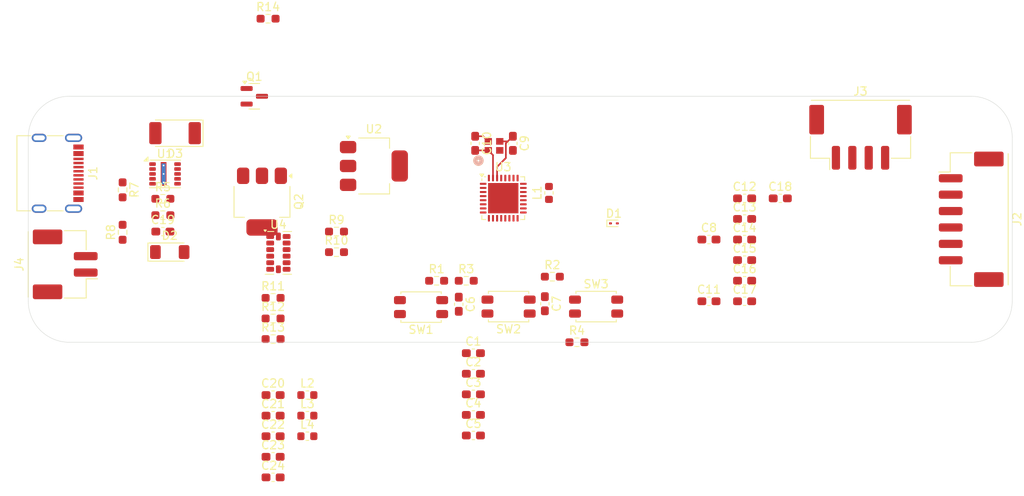
<source format=kicad_pcb>
(kicad_pcb (version 20241229) (generator "pcbnew") (generator_version "9.0")
  (layers (0 "F.Cu" signal) (2 "B.Cu" signal) (13 "F.Paste" user) (15 "B.Paste" user) (5 "F.SilkS" user "F.Silkscreen") (7 "B.SilkS" user "B.Silkscreen") (1 "F.Mask" user) (3 "B.Mask" user) (25 "Edge.Cuts" user))
  (net 0 "")
  (net 1 "GNDREF")
  (net 2 "+12V")
  (net 3 "+5V_buck")
  (net 4 "+5V")
  (net 5 "+3.3V")
  (net 6 "EN")
  (net 7 "BOOT")
  (net 8 "Net-(U3-CHIP_PU)")
  (net 9 "XTAL_N")
  (net 10 "XTAL_P")
  (net 11 "Net-(U3-VDDA3P3)")
  (net 12 "ANT_MICRO")
  (net 13 "Net-(C21-Pad1)")
  (net 14 "Net-(C22-Pad2)")
  (net 15 "ANT_OUT")
  (net 16 "Net-(D2-A)")
  (net 17 "Net-(J1-D--PadA7)")
  (net 18 "Net-(J1-D+-PadA6)")
  (net 21 "Net-(J1-CC2)")
  (net 22 "Net-(J1-CC1)")
  (net 23 "Impact_IO")
  (net 24 "Impact_CLK")
  (net 25 "GAS_IN")
  (net 26 "GAS_DIG_IN")
  (net 27 "Net-(U3-GPIO8)")
  (net 28 "USB_DN")
  (net 29 "USB_DP")
  (net 30 "Net-(U3-SDIO_CMD{slash}GPIO18)")
  (net 56 "VBUS")
  (net 57 "Net-(Q2-G)")
  (footprint "Diode_SMD:D_MELF" (layer "F.Cu") (at 118.4 -25.5 180)
    (property "Reference" "D3" (at 0 -2.5 0) (layer "F.SilkS"))
    (property "Value" "SM4001")
    (pad "1" smd roundrect (at -2.4 0 180) (size 1.5 2.7) (layers "F.Cu" "F.Mask" "F.Paste") (roundrect_rratio 0.1666666667) (net 4 "+5V"))
    (pad "2" smd roundrect (at 2.4 0 180) (size 1.5 2.7) (layers "F.Cu" "F.Mask" "F.Paste") (roundrect_rratio 0.1666666667) (net 56 "VBUS"))
  )
  (footprint "Connector_Molex:Molex_CLIK-Mate_502443-0470_1x04-1MP_P2.00mm_Vertical" (layer "F.Cu") (at 202 -25)
    (property "Reference" "J3" (at 0 -5.6 0) (layer "F.SilkS"))
    (property "Value" "Gas Connector")
    (pad "1" smd roundrect (at -3 2.5) (size 1 2.9) (layers "F.Cu" "F.Mask" "F.Paste") (net 4 "+5V"))
    (pad "2" smd roundrect (at -1 2.5) (size 1 2.9) (layers "F.Cu" "F.Mask" "F.Paste") (net 26 "GAS_DIG_IN"))
    (pad "3" smd roundrect (at 1 2.5) (size 1 2.9) (layers "F.Cu" "F.Mask" "F.Paste") (net 25 "GAS_IN"))
    (pad "4" smd roundrect (at 3 2.5) (size 1 2.9) (layers "F.Cu" "F.Mask" "F.Paste") (net 1 "GNDREF"))
    (pad "MP" smd roundrect (at -5.35 -2.15) (size 1.8 3.6) (layers "F.Cu" "F.Mask" "F.Paste") (roundrect_rratio 0.138889) (net 1 "GNDREF"))
    (pad "MP" smd roundrect (at 5.35 -2.15) (size 1.8 3.6) (layers "F.Cu" "F.Mask" "F.Paste") (roundrect_rratio 0.138889) (net 1 "GNDREF"))
  )
  (footprint "Inductor_SMD:L_0603_1608Metric" (layer "F.Cu") (at 134.533301 6.440299)
    (property "Reference" "L2" (at 0 -1.43 0) (layer "F.SilkS"))
    (property "Value" "tbd")
    (pad "1" smd roundrect (at -0.7875 0) (size 0.875 0.95) (layers "F.Cu" "F.Mask" "F.Paste") (net 12 "ANT_MICRO"))
    (pad "2" smd roundrect (at 0.7875 0) (size 0.875 0.95) (layers "F.Cu" "F.Mask" "F.Paste") (net 13 "Net-(C21-Pad1)"))
  )
  (footprint "Connector_Molex:Molex_CLIK-Mate_502443-0670_1x06-1MP_P2.00mm_Vertical" (layer "F.Cu") (at 215.5 -15 -90)
    (property "Reference" "J2" (at 0 -5.6 90) (layer "F.SilkS"))
    (property "Value" "Impact Connector")
    (pad "1" smd roundrect (at -5 2.5 270) (size 1 2.9) (layers "F.Cu" "F.Mask" "F.Paste") (net 5 "+3.3V"))
    (pad "2" smd roundrect (at -3 2.5 270) (size 1 2.9) (layers "F.Cu" "F.Mask" "F.Paste") (net 23 "Impact_IO"))
    (pad "3" smd roundrect (at -1 2.5 270) (size 1 2.9) (layers "F.Cu" "F.Mask" "F.Paste"))
    (pad "4" smd roundrect (at 1 2.5 270) (size 1 2.9) (layers "F.Cu" "F.Mask" "F.Paste") (net 24 "Impact_CLK"))
    (pad "5" smd roundrect (at 3 2.5 270) (size 1 2.9) (layers "F.Cu" "F.Mask" "F.Paste"))
    (pad "6" smd roundrect (at 5 2.5 270) (size 1 2.9) (layers "F.Cu" "F.Mask" "F.Paste") (net 1 "GNDREF"))
    (pad "MP" smd roundrect (at -7.35 -2.15 270) (size 1.8 3.6) (layers "F.Cu" "F.Mask" "F.Paste") (roundrect_rratio 0.138889) (net 1 "GNDREF"))
    (pad "MP" smd roundrect (at 7.35 -2.15 270) (size 1.8 3.6) (layers "F.Cu" "F.Mask" "F.Paste") (roundrect_rratio 0.138889) (net 1 "GNDREF"))
  )
  (footprint "Capacitor_SMD:C_0603_1608Metric_Pad1.08x0.95mm_HandSolder" (layer "F.Cu") (at 187.8625 -12.53)
    (property "Reference" "C14" (at 0 -1.43 0) (layer "F.SilkS"))
    (property "Value" "10uF")
    (pad "1" smd roundrect (at -0.8625 0) (size 1.075 0.95) (layers "F.Cu" "F.Mask" "F.Paste") (net 5 "+3.3V"))
    (pad "2" smd roundrect (at 0.8625 0) (size 1.075 0.95) (layers "F.Cu" "F.Mask" "F.Paste") (net 1 "GNDREF"))
  )
  (footprint "Capacitor_SMD:C_0603_1608Metric_Pad1.08x0.95mm_HandSolder" (layer "F.Cu") (at 154.783301 11.370299)
    (property "Reference" "C5" (at 0 -1.43 0) (layer "F.SilkS"))
    (property "Value" "10uF")
    (pad "1" smd roundrect (at -0.8625 0) (size 1.075 0.95) (layers "F.Cu" "F.Mask" "F.Paste") (net 5 "+3.3V"))
    (pad "2" smd roundrect (at 0.8625 0) (size 1.075 0.95) (layers "F.Cu" "F.Mask" "F.Paste") (net 1 "GNDREF"))
  )
  (footprint "Resistor_SMD:R_0603_1608Metric_Pad0.98x0.95mm_HandSolder" (layer "F.Cu") (at 112 -18.5875 -90)
    (property "Reference" "R7" (at 0 -1.43 90) (layer "F.SilkS"))
    (property "Value" "5.1k")
    (pad "1" smd roundrect (at -0.9125 0 270) (size 0.975 0.95) (layers "F.Cu" "F.Mask" "F.Paste") (net 1 "GNDREF"))
    (pad "2" smd roundrect (at 0.9125 0 270) (size 0.975 0.95) (layers "F.Cu" "F.Mask" "F.Paste") (net 22 "Net-(J1-CC1)"))
  )
  (footprint "Resistor_SMD:R_0603_1608Metric_Pad0.98x0.95mm_HandSolder" (layer "F.Cu") (at 130.353301 -0.389701)
    (property "Reference" "R13" (at 0 -1.43 0) (layer "F.SilkS"))
    (property "Value" "100")
    (pad "1" smd roundrect (at -0.9125 0) (size 0.975 0.95) (layers "F.Cu" "F.Mask" "F.Paste") (net 57 "Net-(Q2-G)"))
    (pad "2" smd roundrect (at 0.9125 0) (size 0.975 0.95) (layers "F.Cu" "F.Mask" "F.Paste") (net 56 "VBUS"))
  )
  (footprint "Capacitor_SMD:C_0603_1608Metric_Pad1.08x0.95mm_HandSolder" (layer "F.Cu") (at 154.783301 6.350299)
    (property "Reference" "C3" (at 0 -1.43 0) (layer "F.SilkS"))
    (property "Value" ".47uF")
    (pad "1" smd roundrect (at -0.8625 0) (size 1.075 0.95) (layers "F.Cu" "F.Mask" "F.Paste") (net 4 "+5V"))
    (pad "2" smd roundrect (at 0.8625 0) (size 1.075 0.95) (layers "F.Cu" "F.Mask" "F.Paste") (net 1 "GNDREF"))
  )
  (footprint "Inductor_SMD:L_0603_1608Metric" (layer "F.Cu") (at 134.533301 11.460299)
    (property "Reference" "L4" (at 0 -1.43 0) (layer "F.SilkS"))
    (property "Value" "tbd")
    (pad "1" smd roundrect (at -0.7875 0) (size 0.875 0.95) (layers "F.Cu" "F.Mask" "F.Paste") (net 14 "Net-(C22-Pad2)"))
    (pad "2" smd roundrect (at 0.7875 0) (size 0.875 0.95) (layers "F.Cu" "F.Mask" "F.Paste") (net 15 "ANT_OUT"))
  )
  (footprint "Capacitor_SMD:C_0603_1608Metric_Pad1.08x0.95mm_HandSolder" (layer "F.Cu") (at 187.8625 -10.02)
    (property "Reference" "C15" (at 0 -1.43 0) (layer "F.SilkS"))
    (property "Value" "0.1uF")
    (pad "1" smd roundrect (at -0.8625 0) (size 1.075 0.95) (layers "F.Cu" "F.Mask" "F.Paste") (net 11 "Net-(U3-VDDA3P3)"))
    (pad "2" smd roundrect (at 0.8625 0) (size 1.075 0.95) (layers "F.Cu" "F.Mask" "F.Paste") (net 1 "GNDREF"))
  )
  (footprint "Capacitor_SMD:C_0603_1608Metric_Pad1.08x0.95mm_HandSolder" (layer "F.Cu") (at 187.8625 -5)
    (property "Reference" "C17" (at 0 -1.43 0) (layer "F.SilkS"))
    (property "Value" "1uF")
    (pad "1" smd roundrect (at -0.8625 0) (size 1.075 0.95) (layers "F.Cu" "F.Mask" "F.Paste") (net 5 "+3.3V"))
    (pad "2" smd roundrect (at 0.8625 0) (size 1.075 0.95) (layers "F.Cu" "F.Mask" "F.Paste") (net 1 "GNDREF"))
  )
  (footprint "Button_Switch_SMD:SW_SPST_EVQP2_MiddlePushTravel_H2.5mm" (layer "F.Cu") (at 148.4 -4.2875 180)
    (property "Reference" "SW1" (at 0 -2.75 0) (layer "F.SilkS"))
    (property "Value" "SW_MEC_5E" (hide yes))
    (pad "1" smd roundrect (at -2.575 -0.85 180) (size 1.45 1) (layers "F.Cu" "F.Mask" "F.Paste") (net 1 "GNDREF"))
    (pad "1" smd roundrect (at 2.575 -0.85 180) (size 1.45 1) (layers "F.Cu" "F.Mask" "F.Paste") (net 1 "GNDREF"))
    (pad "2" smd roundrect (at -2.575 0.85 180) (size 1.45 1) (layers "F.Cu" "F.Mask" "F.Paste") (net 6 "EN"))
    (pad "2" smd roundrect (at 2.575 0.85 180) (size 1.45 1) (layers "F.Cu" "F.Mask" "F.Paste") (net 6 "EN"))
  )
  (footprint "Resistor_SMD:R_0603_1608Metric_Pad0.98x0.95mm_HandSolder" (layer "F.Cu") (at 130.353301 -2.899701)
    (property "Reference" "R12" (at 0 -1.43 0) (layer "F.SilkS"))
    (property "Value" "100k")
    (pad "1" smd roundrect (at -0.9125 0) (size 0.975 0.95) (layers "F.Cu" "F.Mask" "F.Paste") (net 56 "VBUS"))
    (pad "2" smd roundrect (at 0.9125 0) (size 0.975 0.95) (layers "F.Cu" "F.Mask" "F.Paste") (net 1 "GNDREF"))
  )
  (footprint "Package_LGA:Texas_SIL0010A_MicroSiP-10-1EP_3.8x3mm_P0.6mm_EP0.7x2.9mm_ThermalVias" (layer "F.Cu") (at 117.175 -20.53)
    (property "Reference" "U1" (at 0 -2.45 0) (layer "F.SilkS"))
    (property "Value" "LMZM23601V5")
    (pad "1" smd roundrect (at -1.525 -1.2) (size 0.8 0.45) (layers "F.Cu" "F.Mask" "F.Paste") (net 1 "GNDREF"))
    (pad "2" smd roundrect (at -1.525 -0.6) (size 0.8 0.45) (layers "F.Cu" "F.Mask" "F.Paste") (net 1 "GNDREF"))
    (pad "3" smd roundrect (at -1.525 0) (size 0.8 0.45) (layers "F.Cu" "F.Mask" "F.Paste") (net 2 "+12V"))
    (pad "4" smd roundrect (at -1.525 0.6) (size 0.8 0.45) (layers "F.Cu" "F.Mask" "F.Paste") (net 2 "+12V"))
    (pad "5" smd roundrect (at -1.525 1.2) (size 0.8 0.45) (layers "F.Cu" "F.Mask" "F.Paste"))
    (pad "6" smd roundrect (at 1.525 1.2) (size 0.8 0.45) (layers "F.Cu" "F.Mask" "F.Paste") (net 3 "+5V_buck"))
    (pad "7" smd roundrect (at 1.525 0.6) (size 0.8 0.45) (layers "F.Cu" "F.Mask" "F.Paste") (net 3 "+5V_buck"))
    (pad "8" smd roundrect (at 1.525 0) (size 0.8 0.45) (layers "F.Cu" "F.Mask" "F.Paste"))
    (pad "9" smd roundrect (at 1.525 -0.6) (size 0.8 0.45) (layers "F.Cu" "F.Mask" "F.Paste"))
    (pad "10" smd roundrect (at 1.525 -1.2) (size 0.8 0.45) (layers "F.Cu" "F.Mask" "F.Paste"))
    (pad "11" thru_hole circle (at -0.175 -1.03) (size 0.5 0.5) (drill 0.2) (property pad_prop_heatsink) (layers "*.Cu") (net 1 "GNDREF"))
    (pad "11" thru_hole circle (at -0.175 0) (size 0.5 0.5) (drill 0.2) (property pad_prop_heatsink) (layers "*.Cu") (net 1 "GNDREF"))
    (pad "11" smd rect (at -0.175 0) (size 0.5 2.56) (property pad_prop_heatsink) (layers "B.Cu") (net 1 "GNDREF"))
    (pad "11" smd rect (at -0.175 0) (size 0.7 2.9) (property pad_prop_heatsink) (layers "F.Cu" "F.Mask") (net 1 "GNDREF"))
    (pad "11" thru_hole circle (at -0.175 1.03) (size 0.5 0.5) (drill 0.2) (property pad_prop_heatsink) (layers "*.Cu") (net 1 "GNDREF"))
  )
  (footprint "Capacitor_SMD:C_0603_1608Metric_Pad1.08x0.95mm_HandSolder" (layer "F.Cu") (at 192.2125 -17.55)
    (property "Reference" "C18" (at 0 -1.43 0) (layer "F.SilkS"))
    (property "Value" "10uF")
    (pad "1" smd roundrect (at -0.8625 0) (size 1.075 0.95) (layers "F.Cu" "F.Mask" "F.Paste") (net 5 "+3.3V"))
    (pad "2" smd roundrect (at 0.8625 0) (size 1.075 0.95) (layers "F.Cu" "F.Mask" "F.Paste") (net 1 "GNDREF"))
  )
  (footprint "Resistor_SMD:R_0603_1608Metric_Pad0.98x0.95mm_HandSolder" (layer "F.Cu") (at 130.353301 -5.409701)
    (property "Reference" "R11" (at 0 -1.43 0) (layer "F.SilkS"))
    (property "Value" "2.2k")
    (pad "1" smd roundrect (at -0.9125 0) (size 0.975 0.95) (layers "F.Cu" "F.Mask" "F.Paste") (net 16 "Net-(D2-A)"))
    (pad "2" smd roundrect (at 0.9125 0) (size 0.975 0.95) (layers "F.Cu" "F.Mask" "F.Paste") (net 1 "GNDREF"))
  )
  (footprint "Button_Switch_SMD:SW_SPST_EVQP2_MiddlePushTravel_H2.5mm" (layer "F.Cu") (at 159.075 -4.35 180)
    (property "Reference" "SW2" (at 0 -2.75 0) (layer "F.SilkS"))
    (property "Value" "SW_MEC_5E" (hide yes))
    (pad "1" smd roundrect (at -2.575 -0.85 180) (size 1.45 1) (layers "F.Cu" "F.Mask" "F.Paste") (net 1 "GNDREF"))
    (pad "1" smd roundrect (at 2.575 -0.85 180) (size 1.45 1) (layers "F.Cu" "F.Mask" "F.Paste") (net 1 "GNDREF"))
    (pad "2" smd roundrect (at -2.575 0.85 180) (size 1.45 1) (layers "F.Cu" "F.Mask" "F.Paste") (net 7 "BOOT"))
    (pad "2" smd roundrect (at 2.575 0.85 180) (size 1.45 1) (layers "F.Cu" "F.Mask" "F.Paste") (net 7 "BOOT"))
  )
  (footprint "Resistor_SMD:R_0603_1608Metric_Pad0.98x0.95mm_HandSolder" (layer "F.Cu") (at 150.3 -7.5)
    (property "Reference" "R1" (at 0 -1.43 0) (layer "F.SilkS"))
    (property "Value" "10k")
    (pad "1" smd roundrect (at -0.9125 0) (size 0.975 0.95) (layers "F.Cu" "F.Mask" "F.Paste") (net 5 "+3.3V"))
    (pad "2" smd roundrect (at 0.9125 0) (size 0.975 0.95) (layers "F.Cu" "F.Mask" "F.Paste") (net 6 "EN"))
  )
  (footprint "Resistor_SMD:R_0603_1608Metric_Pad0.98x0.95mm_HandSolder" (layer "F.Cu") (at 153.9125 -7.5)
    (property "Reference" "R3" (at 0 -1.43 0) (layer "F.SilkS"))
    (property "Value" "10k")
    (pad "1" smd roundrect (at -0.9125 0) (size 0.975 0.95) (layers "F.Cu" "F.Mask" "F.Paste") (net 6 "EN"))
    (pad "2" smd roundrect (at 0.9125 0) (size 0.975 0.95) (layers "F.Cu" "F.Mask" "F.Paste") (net 8 "Net-(U3-CHIP_PU)"))
  )
  (footprint "Capacitor_SMD:C_0603_1608Metric_Pad1.08x0.95mm_HandSolder" (layer "F.Cu") (at 159.599998 -24.262502 -90)
    (property "Reference" "C9" (at 0 -1.43 90) (layer "F.SilkS"))
    (property "Value" "10pF")
    (pad "1" smd roundrect (at -0.8625 0 270) (size 1.075 0.95) (layers "F.Cu" "F.Mask" "F.Paste") (net 9 "XTAL_N"))
    (pad "2" smd roundrect (at 0.8625 0 270) (size 1.075 0.95) (layers "F.Cu" "F.Mask" "F.Paste") (net 1 "GNDREF"))
  )
  (footprint "Capacitor_SMD:C_0603_1608Metric_Pad1.08x0.95mm_HandSolder" (layer "F.Cu") (at 183.5125 -12.53)
    (property "Reference" "C8" (at 0 -1.43 0) (layer "F.SilkS"))
    (property "Value" "1uF")
    (pad "1" smd roundrect (at -0.8625 0) (size 1.075 0.95) (layers "F.Cu" "F.Mask" "F.Paste") (net 8 "Net-(U3-CHIP_PU)"))
    (pad "2" smd roundrect (at 0.8625 0) (size 1.075 0.95) (layers "F.Cu" "F.Mask" "F.Paste") (net 1 "GNDREF"))
  )
  (footprint "Resistor_SMD:R_0603_1608Metric_Pad0.98x0.95mm_HandSolder" (layer "F.Cu") (at 138.0875 -10.99)
    (property "Reference" "R10" (at 0 -1.43 0) (layer "F.SilkS"))
    (property "Value" "2.2k")
    (pad "1" smd roundrect (at -0.9125 0) (size 0.975 0.95) (layers "F.Cu" "F.Mask" "F.Paste") (net 5 "+3.3V"))
    (pad "2" smd roundrect (at 0.9125 0) (size 0.975 0.95) (layers "F.Cu" "F.Mask" "F.Paste") (net 24 "Impact_CLK"))
  )
  (footprint "Connector_USB:USB_C_Receptacle_G-Switch_GT-USB-7010ASV" (layer "F.Cu") (at 102.895 -20.61 -90)
    (property "Reference" "J1" (at 0 -5.5 90) (layer "F.SilkS"))
    (property "Value" "USB_C_Receptacle_USB2.0_16P")
    (pad "" np_thru_hole circle (at -2.89 -2.605 270) (size 0.65 0.65) (drill 0.65) (layers "*.Cu" "*.Mask"))
    (pad "" np_thru_hole circle (at 2.89 -2.605 270) (size 0.65 0.65) (drill 0.65) (layers "*.Cu" "*.Mask"))
    (pad "A1" smd rect (at -3.2 -3.725 270) (size 0.6 1.24) (layers "F.Cu" "F.Mask" "F.Paste") (net 1 "GNDREF"))
    (pad "A4" smd rect (at -2.4 -3.725 270) (size 0.6 1.24) (layers "F.Cu" "F.Mask" "F.Paste") (net 56 "VBUS"))
    (pad "A5" smd rect (at -1.25 -3.725 270) (size 0.3 1.24) (layers "F.Cu" "F.Mask" "F.Paste") (net 22 "Net-(J1-CC1)"))
    (pad "A6" smd rect (at -0.25 -3.725 270) (size 0.3 1.24) (layers "F.Cu" "F.Mask" "F.Paste") (net 18 "Net-(J1-D+-PadA6)"))
    (pad "A7" smd rect (at 0.25 -3.725 270) (size 0.3 1.24) (layers "F.Cu" "F.Mask" "F.Paste") (net 17 "Net-(J1-D--PadA7)"))
    (pad "A8" smd rect (at 1.25 -3.725 270) (size 0.3 1.24) (layers "F.Cu" "F.Mask" "F.Paste"))
    (pad "A9" smd rect (at 2.4 -3.725 270) (size 0.6 1.24) (layers "F.Cu" "F.Mask" "F.Paste") (net 56 "VBUS"))
    (pad "A12" smd rect (at 3.2 -3.725 270) (size 0.6 1.24) (layers "F.Cu" "F.Mask" "F.Paste") (net 1 "GNDREF"))
    (pad "B1" smd rect (at 3.2 -3.725 270) (size 0.6 1.24) (layers "F.Cu" "F.Mask" "F.Paste") (net 1 "GNDREF"))
    (pad "B4" smd rect (at 2.4 -3.725 270) (size 0.6 1.24) (layers "F.Cu" "F.Mask" "F.Paste") (net 56 "VBUS"))
    (pad "B5" smd rect (at 1.75 -3.725 270) (size 0.3 1.24) (layers "F.Cu" "F.Mask" "F.Paste") (net 21 "Net-(J1-CC2)"))
    (pad "B6" smd rect (at 0.75 -3.725 270) (size 0.3 1.24) (layers "F.Cu" "F.Mask" "F.Paste") (net 18 "Net-(J1-D+-PadA6)"))
    (pad "B7" smd rect (at -0.75 -3.725 270) (size 0.3 1.24) (layers "F.Cu" "F.Mask" "F.Paste") (net 17 "Net-(J1-D--PadA7)"))
    (pad "B8" smd rect (at -1.75 -3.725 270) (size 0.3 1.24) (layers "F.Cu" "F.Mask" "F.Paste"))
    (pad "B9" smd rect (at -2.4 -3.725 270) (size 0.6 1.24) (layers "F.Cu" "F.Mask" "F.Paste") (net 56 "VBUS"))
    (pad "B12" smd rect (at -3.2 -3.725 270) (size 0.6 1.24) (layers "F.Cu" "F.Mask" "F.Paste") (net 1 "GNDREF"))
    (pad "S1" thru_hole oval (at -4.32 -3.125 270) (size 1 2.1) (drill oval 0.6 1.7) (property pad_prop_heatsink) (layers "*.Cu" "*.Mask") (net 1 "GNDREF"))
    (pad "S1" thru_hole oval (at -4.32 1.075 270) (size 1 1.8) (drill oval 0.6 1.4) (property pad_prop_heatsink) (layers "*.Cu" "*.Mask") (net 1 "GNDREF"))
    (pad "S1" thru_hole oval (at 4.32 -3.125 270) (size 1 2.1) (drill oval 0.6 1.7) (property pad_prop_heatsink) (layers "*.Cu" "*.Mask") (net 1 "GNDREF"))
    (pad "S1" thru_hole oval (at 4.32 1.075 270) (size 1 1.8) (drill oval 0.6 1.4) (property pad_prop_heatsink) (layers "*.Cu" "*.Mask") (net 1 "GNDREF"))
  )
  (footprint "Capacitor_SMD:C_0603_1608Metric_Pad1.08x0.95mm_HandSolder" (layer "F.Cu") (at 130.353301 16.480299)
    (property "Reference" "C24" (at 0 -1.43 0) (layer "F.SilkS"))
    (property "Value" "tbd")
    (pad "1" smd roundrect (at -0.8625 0) (size 1.075 0.95) (layers "F.Cu" "F.Mask" "F.Paste") (net 15 "ANT_OUT"))
    (pad "2" smd roundrect (at 0.8625 0) (size 1.075 0.95) (layers "F.Cu" "F.Mask" "F.Paste") (net 1 "GNDREF"))
  )
  (footprint "Capacitor_SMD:C_0603_1608Metric_Pad1.08x0.95mm_HandSolder" (layer "F.Cu") (at 154.783301 3.840299)
    (property "Reference" "C2" (at 0 -1.43 0) (layer "F.SilkS"))
    (property "Value" "10uF")
    (pad "1" smd roundrect (at -0.8625 0) (size 1.075 0.95) (layers "F.Cu" "F.Mask" "F.Paste") (net 3 "+5V_buck"))
    (pad "2" smd roundrect (at 0.8625 0) (size 1.075 0.95) (layers "F.Cu" "F.Mask" "F.Paste") (net 1 "GNDREF"))
  )
  (footprint "Package_TO_SOT_SMD:SOT-223" (layer "F.Cu") (at 129 -17.15 -90)
    (property "Reference" "Q2" (at 0 -4.5 90) (layer "F.SilkS"))
    (property "Value" "PMOS_Substrate")
    (pad "1" smd roundrect (at -3.15 -2.3 270) (size 2 1.5) (layers "F.Cu" "F.Mask" "F.Paste") (net 57 "Net-(Q2-G)"))
    (pad "2" smd roundrect (at -3.15 0 270) (size 2 1.5) (layers "F.Cu" "F.Mask" "F.Paste") (net 4 "+5V"))
    (pad "3" smd roundrect (at -3.15 2.3 270) (size 2 1.5) (layers "F.Cu" "F.Mask" "F.Paste") (net 3 "+5V_buck"))
    (pad "4" smd roundrect (at 3.15 0 270) (size 2 3.8) (layers "F.Cu" "F.Mask" "F.Paste") (net 4 "+5V"))
  )
  (footprint "Capacitor_SMD:C_0603_1608Metric_Pad1.08x0.95mm_HandSolder" (layer "F.Cu") (at 116.9125 -13.5)
    (property "Reference" "C19" (at 0 -1.43 0) (layer "F.SilkS"))
    (property "Value" "22uF")
    (pad "1" smd roundrect (at -0.8625 0) (size 1.075 0.95) (layers "F.Cu" "F.Mask" "F.Paste") (net 56 "VBUS"))
    (pad "2" smd roundrect (at 0.8625 0) (size 1.075 0.95) (layers "F.Cu" "F.Mask" "F.Paste") (net 1 "GNDREF"))
  )
  (footprint "Capacitor_SMD:C_0603_1608Metric_Pad1.08x0.95mm_HandSolder" (layer "F.Cu") (at 187.8625 -17.55)
    (property "Reference" "C12" (at 0 -1.43 0) (layer "F.SilkS"))
    (property "Value" "0.1uF")
    (pad "1" smd roundrect (at -0.8625 0) (size 1.075 0.95) (layers "F.Cu" "F.Mask" "F.Paste") (net 5 "+3.3V"))
    (pad "2" smd roundrect (at 0.8625 0) (size 1.075 0.95) (layers "F.Cu" "F.Mask" "F.Paste") (net 1 "GNDREF"))
  )
  (footprint "Resistor_SMD:R_0603_1608Metric_Pad0.98x0.95mm_HandSolder" (layer "F.Cu") (at 129.7425 -39.465)
    (property "Reference" "R14" (at 0 -1.43 0) (layer "F.SilkS"))
    (property "Value" "0OHM if needed")
    (pad "1" smd roundrect (at -0.9125 0) (size 0.975 0.95) (layers "F.Cu" "F.Mask" "F.Paste") (net 3 "+5V_buck"))
    (pad "2" smd roundrect (at 0.9125 0) (size 0.975 0.95) (layers "F.Cu" "F.Mask" "F.Paste") (net 4 "+5V"))
  )
  (footprint "Capacitor_SMD:C_0603_1608Metric_Pad1.08x0.95mm_HandSolder" (layer "F.Cu") (at 163.5 -4.7 -90)
    (property "Reference" "C7" (at 0 -1.43 90) (layer "F.SilkS"))
    (property "Value" "1uF")
    (pad "1" smd roundrect (at -0.8625 0 270) (size 1.075 0.95) (layers "F.Cu" "F.Mask" "F.Paste") (net 7 "BOOT"))
    (pad "2" smd roundrect (at 0.8625 0 270) (size 1.075 0.95) (layers "F.Cu" "F.Mask" "F.Paste") (net 1 "GNDREF"))
  )
  (footprint "Package_TO_SOT_SMD:SOT-23" (layer "F.Cu") (at 128.0625 -30)
    (property "Reference" "Q1" (at 0 -2.4 0) (layer "F.SilkS"))
    (property "Value" "NMOS")
    (pad "1" smd roundrect (at -0.9375 -0.95) (size 1.475 0.6) (layers "F.Cu" "F.Mask" "F.Paste") (net 16 "Net-(D2-A)"))
    (pad "2" smd roundrect (at -0.9375 0.95) (size 1.475 0.6) (layers "F.Cu" "F.Mask" "F.Paste") (net 1 "GNDREF"))
    (pad "3" smd roundrect (at 0.9375 0) (size 1.475 0.6) (layers "F.Cu" "F.Mask" "F.Paste") (net 56 "VBUS"))
  )
  (footprint "Capacitor_SMD:C_0603_1608Metric_Pad1.08x0.95mm_HandSolder" (layer "F.Cu") (at 154.783301 8.860299)
    (property "Reference" "C4" (at 0 -1.43 0) (layer "F.SilkS"))
    (property "Value" "33uF")
    (pad "1" smd roundrect (at -0.8625 0) (size 1.075 0.95) (layers "F.Cu" "F.Mask" "F.Paste") (net 5 "+3.3V"))
    (pad "2" smd roundrect (at 0.8625 0) (size 1.075 0.95) (layers "F.Cu" "F.Mask" "F.Paste") (net 1 "GNDREF"))
  )
  (footprint "Capacitor_SMD:C_0603_1608Metric_Pad1.08x0.95mm_HandSolder" (layer "F.Cu") (at 130.353301 8.950299)
    (property "Reference" "C21" (at 0 -1.43 0) (layer "F.SilkS"))
    (property "Value" "tbd")
    (pad "1" smd roundrect (at -0.8625 0) (size 1.075 0.95) (layers "F.Cu" "F.Mask" "F.Paste") (net 13 "Net-(C21-Pad1)"))
    (pad "2" smd roundrect (at 0.8625 0) (size 1.075 0.95) (layers "F.Cu" "F.Mask" "F.Paste") (net 1 "GNDREF"))
  )
  (footprint "Resistor_SMD:R_0603_1608Metric_Pad0.98x0.95mm_HandSolder" (layer "F.Cu") (at 164.4125 -8)
    (property "Reference" "R2" (at 0 -1.43 0) (layer "F.SilkS"))
    (property "Value" "10k")
    (pad "1" smd roundrect (at -0.9125 0) (size 0.975 0.95) (layers "F.Cu" "F.Mask" "F.Paste") (net 5 "+3.3V"))
    (pad "2" smd roundrect (at 0.9125 0) (size 0.975 0.95) (layers "F.Cu" "F.Mask" "F.Paste") (net 7 "BOOT"))
  )
  (footprint "Connector_Molex:Molex_CLIK-Mate_502443-0270_1x02-1MP_P2.00mm_Vertical" (layer "F.Cu") (at 105 -9.5 90)
    (property "Reference" "J4" (at 0 -5.6 90) (layer "F.SilkS"))
    (property "Value" "Battery Connector")
    (pad "1" smd roundrect (at -1 2.5 90) (size 1 2.9) (layers "F.Cu" "F.Mask" "F.Paste") (net 2 "+12V"))
    (pad "2" smd roundrect (at 1 2.5 90) (size 1 2.9) (layers "F.Cu" "F.Mask" "F.Paste") (net 1 "GNDREF"))
    (pad "MP" smd roundrect (at -3.35 -2.15 90) (size 1.8 3.6) (layers "F.Cu" "F.Mask" "F.Paste") (roundrect_rratio 0.138889) (net 1 "GNDREF"))
    (pad "MP" smd roundrect (at 3.35 -2.15 90) (size 1.8 3.6) (layers "F.Cu" "F.Mask" "F.Paste") (roundrect_rratio 0.138889) (net 1 "GNDREF"))
  )
  (footprint "Package_TO_SOT_SMD:SOT-223-3_TabPin2" (layer "F.Cu") (at 142.65 -21.5)
    (property "Reference" "U2" (at 0 -4.5 0) (layer "F.SilkS"))
    (property "Value" "LM3940 3.3V-SOT223")
    (pad "1" smd roundrect (at -3.15 -2.3) (size 2 1.5) (layers "F.Cu" "F.Mask" "F.Paste") (net 1 "GNDREF"))
    (pad "2" smd roundrect (at -3.15 0) (size 2 1.5) (layers "F.Cu" "F.Mask" "F.Paste") (net 5 "+3.3V"))
    (pad "2" smd roundrect (at 3.15 0) (size 2 3.8) (layers "F.Cu" "F.Mask" "F.Paste") (net 5 "+3.3V"))
    (pad "3" smd roundrect (at -3.15 2.3) (size 2 1.5) (layers "F.Cu" "F.Mask" "F.Paste") (net 4 "+5V"))
  )
  (footprint "Resistor_SMD:R_0603_1608Metric_Pad0.98x0.95mm_HandSolder" (layer "F.Cu") (at 138.0875 -13.5)
    (property "Reference" "R9" (at 0 -1.43 0) (layer "F.SilkS"))
    (property "Value" "2.2k")
    (pad "1" smd roundrect (at -0.9125 0) (size 0.975 0.95) (layers "F.Cu" "F.Mask" "F.Paste") (net 5 "+3.3V"))
    (pad "2" smd roundrect (at 0.9125 0) (size 0.975 0.95) (layers "F.Cu" "F.Mask" "F.Paste") (net 23 "Impact_IO"))
  )
  (footprint "Diode_SMD:D_MiniMELF" (layer "F.Cu") (at 117.75 -11)
    (property "Reference" "D2" (at 0 -2 0) (layer "F.SilkS"))
    (property "Value" "BZV55C5V6")
    (pad "1" smd roundrect (at -1.75 0) (size 1.3 1.7) (layers "F.Cu" "F.Mask" "F.Paste") (roundrect_rratio 0.1923076923) (net 56 "VBUS"))
    (pad "2" smd roundrect (at 1.75 0) (size 1.3 1.7) (layers "F.Cu" "F.Mask" "F.Paste") (roundrect_rratio 0.1923076923) (net 16 "Net-(D2-A)"))
  )
  (footprint "Capacitor_SMD:C_0603_1608Metric_Pad1.08x0.95mm_HandSolder" (layer "F.Cu") (at 155 -24.262502 -90)
    (property "Reference" "C10" (at 0 -1.43 90) (layer "F.SilkS"))
    (property "Value" "10pF")
    (pad "1" smd roundrect (at -0.8625 0 270) (size 1.075 0.95) (layers "F.Cu" "F.Mask" "F.Paste") (net 1 "GNDREF"))
    (pad "2" smd roundrect (at 0.8625 0 270) (size 1.075 0.95) (layers "F.Cu" "F.Mask" "F.Paste") (net 10 "XTAL_P"))
  )
  (footprint "Button_Switch_SMD:SW_SPST_EVQP2_MiddlePushTravel_H2.5mm" (layer "F.Cu") (at 169.75 -4.35)
    (property "Reference" "SW3" (at 0 -2.75 0) (layer "F.SilkS"))
    (property "Value" "SW_MEC_5E" (hide yes))
    (pad "1" smd roundrect (at -2.575 -0.85) (size 1.45 1) (layers "F.Cu" "F.Mask" "F.Paste") (net 1 "GNDREF"))
    (pad "1" smd roundrect (at 2.575 -0.85) (size 1.45 1) (layers "F.Cu" "F.Mask" "F.Paste") (net 1 "GNDREF"))
    (pad "2" smd roundrect (at -2.575 0.85) (size 1.45 1) (layers "F.Cu" "F.Mask" "F.Paste") (net 30 "Net-(U3-SDIO_CMD{slash}GPIO18)"))
    (pad "2" smd roundrect (at 2.575 0.85) (size 1.45 1) (layers "F.Cu" "F.Mask" "F.Paste") (net 30 "Net-(U3-SDIO_CMD{slash}GPIO18)"))
  )
  (footprint "Capacitor_SMD:C_0603_1608Metric_Pad1.08x0.95mm_HandSolder" (layer "F.Cu") (at 130.353301 13.970299)
    (property "Reference" "C23" (at 0 -1.43 0) (layer "F.SilkS"))
    (property "Value" "tbd")
    (pad "1" smd roundrect (at -0.8625 0) (size 1.075 0.95) (layers "F.Cu" "F.Mask" "F.Paste") (net 14 "Net-(C22-Pad2)"))
    (pad "2" smd roundrect (at 0.8625 0) (size 1.075 0.95) (layers "F.Cu" "F.Mask" "F.Paste") (net 1 "GNDREF"))
  )
  (footprint "Capacitor_SMD:C_0603_1608Metric_Pad1.08x0.95mm_HandSolder" (layer "F.Cu") (at 153 -4.6375 -90)
    (property "Reference" "C6" (at 0 -1.43 90) (layer "F.SilkS"))
    (property "Value" "1uF")
    (pad "1" smd roundrect (at -0.8625 0 270) (size 1.075 0.95) (layers "F.Cu" "F.Mask" "F.Paste") (net 6 "EN"))
    (pad "2" smd roundrect (at 0.8625 0 270) (size 1.075 0.95) (layers "F.Cu" "F.Mask" "F.Paste") (net 1 "GNDREF"))
  )
  (footprint "Capacitor_SMD:C_0603_1608Metric_Pad1.08x0.95mm_HandSolder" (layer "F.Cu") (at 183.5125 -5)
    (property "Reference" "C11" (at 0 -1.43 0) (layer "F.SilkS"))
    (property "Value" "0.1uF")
    (pad "1" smd roundrect (at -0.8625 0) (size 1.075 0.95) (layers "F.Cu" "F.Mask" "F.Paste") (net 5 "+3.3V"))
    (pad "2" smd roundrect (at 0.8625 0) (size 1.075 0.95) (layers "F.Cu" "F.Mask" "F.Paste") (net 1 "GNDREF"))
  )
  (footprint "Package_DFN_QFN:QFN-32-1EP_5x5mm_P0.5mm_EP3.7x3.7mm" (layer "F.Cu") (at 158.425 -17.575)
    (property "Reference" "U3" (at 0 -3.8 0) (layer "F.SilkS"))
    (property "Value" "ESP32-C6FH4")
    (pad "1" smd roundrect (at -2.45 -1.75) (size 0.8 0.25) (layers "F.Cu" "F.Mask" "F.Paste") (net 12 "ANT_MICRO"))
    (pad "2" smd roundrect (at -2.45 -1.25) (size 0.8 0.25) (layers "F.Cu" "F.Mask" "F.Paste") (net 11 "Net-(U3-VDDA3P3)"))
    (pad "3" smd roundrect (at -2.45 -0.75) (size 0.8 0.25) (layers "F.Cu" "F.Mask" "F.Paste") (net 11 "Net-(U3-VDDA3P3)"))
    (pad "4" smd roundrect (at -2.45 -0.25) (size 0.8 0.25) (layers "F.Cu" "F.Mask" "F.Paste") (net 8 "Net-(U3-CHIP_PU)"))
    (pad "5" smd roundrect (at -2.45 0.25) (size 0.8 0.25) (layers "F.Cu" "F.Mask" "F.Paste") (net 5 "+3.3V"))
    (pad "6" smd roundrect (at -2.45 0.75) (size 0.8 0.25) (layers "F.Cu" "F.Mask" "F.Paste"))
    (pad "7" smd roundrect (at -2.45 1.25) (size 0.8 0.25) (layers "F.Cu" "F.Mask" "F.Paste"))
    (pad "8" smd roundrect (at -2.45 1.75) (size 0.8 0.25) (layers "F.Cu" "F.Mask" "F.Paste"))
    (pad "9" smd roundrect (at -1.75 2.45) (size 0.25 0.8) (layers "F.Cu" "F.Mask" "F.Paste"))
    (pad "10" smd roundrect (at -1.25 2.45) (size 0.25 0.8) (layers "F.Cu" "F.Mask" "F.Paste") (net 25 "GAS_IN"))
    (pad "11" smd roundrect (at -0.75 2.45) (size 0.25 0.8) (layers "F.Cu" "F.Mask" "F.Paste") (net 26 "GAS_DIG_IN"))
    (pad "12" smd roundrect (at -0.25 2.45) (size 0.25 0.8) (layers "F.Cu" "F.Mask" "F.Paste"))
    (pad "13" smd roundrect (at 0.25 2.45) (size 0.25 0.8) (layers "F.Cu" "F.Mask" "F.Paste"))
    (pad "14" smd roundrect (at 0.75 2.45) (size 0.25 0.8) (layers "F.Cu" "F.Mask" "F.Paste") (net 27 "Net-(U3-GPIO8)"))
    (pad "15" smd roundrect (at 1.25 2.45) (size 0.25 0.8) (layers "F.Cu" "F.Mask" "F.Paste") (net 7 "BOOT"))
    (pad "16" smd roundrect (at 1.75 2.45) (size 0.25 0.8) (layers "F.Cu" "F.Mask" "F.Paste") (net 28 "USB_DN"))
    (pad "17" smd roundrect (at 2.45 1.75) (size 0.8 0.25) (layers "F.Cu" "F.Mask" "F.Paste") (net 29 "USB_DP"))
    (pad "18" smd roundrect (at 2.45 1.25) (size 0.8 0.25) (layers "F.Cu" "F.Mask" "F.Paste") (net 23 "Impact_IO"))
    (pad "19" smd roundrect (at 2.45 0.75) (size 0.8 0.25) (layers "F.Cu" "F.Mask" "F.Paste") (net 24 "Impact_CLK"))
    (pad "20" smd roundrect (at 2.45 0.25) (size 0.8 0.25) (layers "F.Cu" "F.Mask" "F.Paste") (net 5 "+3.3V"))
    (pad "21" smd roundrect (at 2.45 -0.25) (size 0.8 0.25) (layers "F.Cu" "F.Mask" "F.Paste"))
    (pad "22" smd roundrect (at 2.45 -0.75) (size 0.8 0.25) (layers "F.Cu" "F.Mask" "F.Paste"))
    (pad "23" smd roundrect (at 2.45 -1.25) (size 0.8 0.25) (layers "F.Cu" "F.Mask" "F.Paste") (net 30 "Net-(U3-SDIO_CMD{slash}GPIO18)"))
    (pad "24" smd roundrect (at 2.45 -1.75) (size 0.8 0.25) (layers "F.Cu" "F.Mask" "F.Paste"))
    (pad "25" smd roundrect (at 1.75 -2.45) (size 0.25 0.8) (layers "F.Cu" "F.Mask" "F.Paste"))
    (pad "26" smd roundrect (at 1.25 -2.45) (size 0.25 0.8) (layers "F.Cu" "F.Mask" "F.Paste"))
    (pad "27" smd roundrect (at 0.75 -2.45) (size 0.25 0.8) (layers "F.Cu" "F.Mask" "F.Paste"))
    (pad "28" smd roundrect (at 0.25 -2.45) (size 0.25 0.8) (layers "F.Cu" "F.Mask" "F.Paste"))
    (pad "29" smd roundrect (at -0.25 -2.45) (size 0.25 0.8) (layers "F.Cu" "F.Mask" "F.Paste") (net 5 "+3.3V"))
    (pad "30" smd roundrect (at -0.75 -2.45) (size 0.25 0.8) (layers "F.Cu" "F.Mask" "F.Paste") (net 9 "XTAL_N"))
    (pad "31" smd roundrect (at -1.25 -2.45) (size 0.25 0.8) (layers "F.Cu" "F.Mask" "F.Paste") (net 10 "XTAL_P"))
    (pad "32" smd roundrect (at -1.75 -2.45) (size 0.25 0.8) (layers "F.Cu" "F.Mask" "F.Paste") (net 5 "+3.3V"))
    (pad "33" smd rect (at 0 0) (size 3.7 3.7) (property pad_prop_heatsink) (layers "F.Cu" "F.Mask") (net 1 "GNDREF"))
  )
  (footprint "Resistor_SMD:R_0603_1608Metric_Pad0.98x0.95mm_HandSolder" (layer "F.Cu") (at 167.4125 0)
    (property "Reference" "R4" (at 0 -1.43 0) (layer "F.SilkS"))
    (property "Value" "5k")
    (pad "1" smd roundrect (at -0.9125 0) (size 0.975 0.95) (layers "F.Cu" "F.Mask" "F.Paste") (net 5 "+3.3V"))
    (pad "2" smd roundrect (at 0.9125 0) (size 0.975 0.95) (layers "F.Cu" "F.Mask" "F.Paste") (net 27 "Net-(U3-GPIO8)"))
  )
  (footprint "Inductor_SMD:L_0603_1608Metric" (layer "F.Cu") (at 134.533301 8.950299)
    (property "Reference" "L3" (at 0 -1.43 0) (layer "F.SilkS"))
    (property "Value" "2nH")
    (pad "1" smd roundrect (at -0.7875 0) (size 0.875 0.95) (layers "F.Cu" "F.Mask" "F.Paste") (net 1 "GNDREF"))
    (pad "2" smd roundrect (at 0.7875 0) (size 0.875 0.95) (layers "F.Cu" "F.Mask" "F.Paste") (net 14 "Net-(C22-Pad2)"))
  )
  (footprint "Resistor_SMD:R_0603_1608Metric_Pad0.98x0.95mm_HandSolder" (layer "F.Cu") (at 116.9125 -17.5)
    (property "Reference" "R5" (at 0 -1.43 0) (layer "F.SilkS"))
    (property "Value" "22")
    (pad "1" smd roundrect (at -0.9125 0) (size 0.975 0.95) (layers "F.Cu" "F.Mask" "F.Paste") (net 28 "USB_DN"))
    (pad "2" smd roundrect (at 0.9125 0) (size 0.975 0.95) (layers "F.Cu" "F.Mask" "F.Paste") (net 17 "Net-(J1-D--PadA7)"))
  )
  (footprint "Diode_SMD:D_SOD-923" (layer "F.Cu") (at 171.92 -14.5)
    (property "Reference" "D1" (at 0 -1.2 0) (layer "F.SilkS"))
    (property "Value" "ESD9B3.3ST5G" (hide yes))
    (pad "1" smd roundrect (at -0.42 0 180) (size 0.36 0.25) (layers "F.Cu" "F.Mask" "F.Paste") (net 1 "GNDREF"))
    (pad "2" smd roundrect (at 0.42 0 180) (size 0.36 0.25) (layers "F.Cu" "F.Mask" "F.Paste") (net 5 "+3.3V"))
  )
  (footprint "Resistor_SMD:R_0603_1608Metric_Pad0.98x0.95mm_HandSolder" (layer "F.Cu") (at 116.9125 -15.5)
    (property "Reference" "R6" (at 0 -1.43 0) (layer "F.SilkS"))
    (property "Value" "22")
    (pad "1" smd roundrect (at -0.9125 0) (size 0.975 0.95) (layers "F.Cu" "F.Mask" "F.Paste") (net 29 "USB_DP"))
    (pad "2" smd roundrect (at 0.9125 0) (size 0.975 0.95) (layers "F.Cu" "F.Mask" "F.Paste") (net 18 "Net-(J1-D+-PadA6)"))
  )
  (footprint "Package_LGA:LGA-14_3x5mm_P0.8mm_LayoutBorder1x6y" (layer "F.Cu") (at 131 -10.9)
    (property "Reference" "U4" (at 0 -3.45 0) (layer "F.SilkS"))
    (property "Value" "ADXL343")
    (pad "1" smd roundrect (at -1 -2) (size 0.95 0.6) (layers "F.Cu" "F.Mask" "F.Paste") (net 5 "+3.3V"))
    (pad "2" smd roundrect (at -1 -1.2) (size 0.95 0.6) (layers "F.Cu" "F.Mask" "F.Paste") (net 1 "GNDREF"))
    (pad "3" smd roundrect (at -1 -0.4) (size 0.95 0.6) (layers "F.Cu" "F.Mask" "F.Paste"))
    (pad "4" smd roundrect (at -1 0.4) (size 0.95 0.6) (layers "F.Cu" "F.Mask" "F.Paste") (net 1 "GNDREF"))
    (pad "5" smd roundrect (at -1 1.2) (size 0.95 0.6) (layers "F.Cu" "F.Mask" "F.Paste") (net 1 "GNDREF"))
    (pad "6" smd roundrect (at -1 2) (size 0.95 0.6) (layers "F.Cu" "F.Mask" "F.Paste"))
    (pad "7" smd roundrect (at 0 2) (size 0.6 0.95) (layers "F.Cu" "F.Mask" "F.Paste"))
    (pad "8" smd roundrect (at 1 2) (size 0.95 0.6) (layers "F.Cu" "F.Mask" "F.Paste"))
    (pad "9" smd roundrect (at 1 1.2) (size 0.95 0.6) (layers "F.Cu" "F.Mask" "F.Paste"))
    (pad "10" smd roundrect (at 1 0.4) (size 0.95 0.6) (layers "F.Cu" "F.Mask" "F.Paste"))
    (pad "11" smd roundrect (at 1 -0.4) (size 0.95 0.6) (layers "F.Cu" "F.Mask" "F.Paste"))
    (pad "12" smd roundrect (at 1 -1.2) (size 0.95 0.6) (layers "F.Cu" "F.Mask" "F.Paste"))
    (pad "13" smd roundrect (at 1 -2) (size 0.95 0.6) (layers "F.Cu" "F.Mask" "F.Paste") (net 23 "Impact_IO"))
    (pad "14" smd roundrect (at 0 -2) (size 0.6 0.95) (layers "F.Cu" "F.Mask" "F.Paste") (net 24 "Impact_CLK"))
  )
  (footprint "Capacitor_SMD:C_0603_1608Metric_Pad1.08x0.95mm_HandSolder" (layer "F.Cu") (at 130.353301 6.440299)
    (property "Reference" "C20" (at 0 -1.43 0) (layer "F.SilkS"))
    (property "Value" "tbd")
    (pad "1" smd roundrect (at -0.8625 0) (size 1.075 0.95) (layers "F.Cu" "F.Mask" "F.Paste") (net 12 "ANT_MICRO"))
    (pad "2" smd roundrect (at 0.8625 0) (size 1.075 0.95) (layers "F.Cu" "F.Mask" "F.Paste") (net 1 "GNDREF"))
  )
  (footprint "Capacitor_SMD:C_0603_1608Metric_Pad1.08x0.95mm_HandSolder" (layer "F.Cu") (at 154.783301 1.330299)
    (property "Reference" "C1" (at 0 -1.43 0) (layer "F.SilkS"))
    (property "Value" "10uF")
    (pad "1" smd roundrect (at -0.8625 0) (size 1.075 0.95) (layers "F.Cu" "F.Mask" "F.Paste") (net 2 "+12V"))
    (pad "2" smd roundrect (at 0.8625 0) (size 1.075 0.95) (layers "F.Cu" "F.Mask" "F.Paste") (net 1 "GNDREF"))
  )
  (footprint "Capacitor_SMD:C_0603_1608Metric_Pad1.08x0.95mm_HandSolder" (layer "F.Cu") (at 130.353301 11.460299)
    (property "Reference" "C22" (at 0 -1.43 0) (layer "F.SilkS"))
    (property "Value" "tbd")
    (pad "1" smd roundrect (at -0.8625 0) (size 1.075 0.95) (layers "F.Cu" "F.Mask" "F.Paste") (net 13 "Net-(C21-Pad1)"))
    (pad "2" smd roundrect (at 0.8625 0) (size 1.075 0.95) (layers "F.Cu" "F.Mask" "F.Paste") (net 14 "Net-(C22-Pad2)"))
  )
  (footprint "Capacitor_SMD:C_0603_1608Metric_Pad1.08x0.95mm_HandSolder" (layer "F.Cu") (at 187.8625 -7.51)
    (property "Reference" "C16" (at 0 -1.43 0) (layer "F.SilkS"))
    (property "Value" "0.1uF")
    (pad "1" smd roundrect (at -0.8625 0) (size 1.075 0.95) (layers "F.Cu" "F.Mask" "F.Paste") (net 5 "+3.3V"))
    (pad "2" smd roundrect (at 0.8625 0) (size 1.075 0.95) (layers "F.Cu" "F.Mask" "F.Paste") (net 1 "GNDREF"))
  )
  (footprint "Resistor_SMD:R_0603_1608Metric_Pad0.98x0.95mm_HandSolder" (layer "F.Cu") (at 112 -13.4125 90)
    (property "Reference" "R8" (at 0 -1.43 90) (layer "F.SilkS"))
    (property "Value" "5.1k")
    (pad "1" smd roundrect (at -0.9125 0 90) (size 0.975 0.95) (layers "F.Cu" "F.Mask" "F.Paste") (net 1 "GNDREF"))
    (pad "2" smd roundrect (at 0.9125 0 90) (size 0.975 0.95) (layers "F.Cu" "F.Mask" "F.Paste") (net 21 "Net-(J1-CC2)"))
  )
  (footprint "Library:CRYSTAL4_FW4000044Q_DIO" (layer "F.Cu") (at 157.299999 -23.950001 90)
    (property "Reference" "XTAL1" (hide yes))
    (property "Value" "FW4000044Q" (hide yes))
    (pad "1" smd rect (at -0.549999 -0.700001 90) (size 0.8128 0.889) (layers "F.Cu" "F.Mask" "F.Paste") (net 10 "XTAL_P"))
    (pad "2" smd rect (at -0.549999 0.700001 90) (size 0.8128 0.889) (layers "F.Cu" "F.Mask" "F.Paste") (net 1 "GNDREF"))
    (pad "3" smd rect (at 0.549999 0.700001 90) (size 0.8128 0.889) (layers "F.Cu" "F.Mask" "F.Paste") (net 9 "XTAL_N"))
    (pad "4" smd rect (at 0.549999 -0.700001 90) (size 0.8128 0.889) (layers "F.Cu" "F.Mask" "F.Paste") (net 1 "GNDREF"))
  )
  (footprint "Inductor_SMD:L_0603_1608Metric" (layer "F.Cu") (at 164 -18.2125 90)
    (property "Reference" "L1" (at 0 -1.43 90) (layer "F.SilkS"))
    (property "Value" "2nH")
    (pad "1" smd roundrect (at -0.7875 0 90) (size 0.875 0.95) (layers "F.Cu" "F.Mask" "F.Paste") (net 11 "Net-(U3-VDDA3P3)"))
    (pad "2" smd roundrect (at 0.7875 0 90) (size 0.875 0.95) (layers "F.Cu" "F.Mask" "F.Paste") (net 5 "+3.3V"))
  )
  (footprint "Capacitor_SMD:C_0603_1608Metric_Pad1.08x0.95mm_HandSolder" (layer "F.Cu") (at 187.8625 -15.04)
    (property "Reference" "C13" (at 0 -1.43 0) (layer "F.SilkS"))
    (property "Value" "10uF")
    (pad "1" smd roundrect (at -0.8625 0) (size 1.075 0.95) (layers "F.Cu" "F.Mask" "F.Paste") (net 5 "+3.3V"))
    (pad "2" smd roundrect (at 0.8625 0) (size 1.075 0.95) (layers "F.Cu" "F.Mask" "F.Paste") (net 1 "GNDREF"))
  )
  (gr_line (start 100.5 -5) (end 100.5 -25) (stroke (width 0.05)) (layer "Edge.Cuts"))
  (gr_arc (start 220.5 -5) (mid 219.035534 -1.464466) (end 215.5 0) (stroke (width 0.05)) (layer "Edge.Cuts"))
  (gr_arc (start 105.5 0) (mid 101.964466 -1.464466) (end 100.5 -5) (stroke (width 0.05)) (layer "Edge.Cuts"))
  (gr_line (start 215.5 0) (end 105.5 0) (stroke (width 0.05)) (layer "Edge.Cuts"))
  (gr_arc (start 215.5 -30) (mid 219.035534 -28.535534) (end 220.5 -25) (stroke (width 0.05)) (layer "Edge.Cuts"))
  (gr_arc (start 100.5 -25) (mid 101.964466 -28.535534) (end 105.5 -30) (stroke (width 0.05)) (layer "Edge.Cuts"))
  (gr_line (start 220.5 -25) (end 220.5 -5) (stroke (width 0.05)) (layer "Edge.Cuts"))
  (gr_line (start 105.5 -30) (end 215.5 -30) (stroke (width 0.05)) (layer "Edge.Cuts"))
  (segment (start 155 -25.125002) (end 155.974996 -25.125002) (width 0.2) (layer "F.Cu") (net 1))
  (segment (start 155.974996 -25.125002) (end 156.599998 -24.5) (width 0.2) (layer "F.Cu") (net 1))
  (segment (start 158.7455 -22.875801) (end 158.7455 -22.471301) (width 0.2) (layer "F.Cu") (net 9))
  (segment (start 158.974996 -24.5) (end 159.599998 -25.125002) (width 0.2) (layer "F.Cu") (net 9))
  (segment (start 158.6371 -22.3629) (end 158.376 -22.101801) (width 0.2) (layer "F.Cu") (net 9))
  (segment (start 158.7455 -24.270504) (end 158.7455 -22.875801) (width 0.2) (layer "F.Cu") (net 9))
  (segment (start 157.675 -21.4008) (end 158.6371 -22.3629) (width 0.2) (layer "F.Cu") (net 9))
  (segment (start 158 -24.5) (end 158.974996 -24.5) (width 0.2) (layer "F.Cu") (net 9))
  (segment (start 158.7455 -22.471301) (end 158.6371 -22.3629) (width 0.2) (layer "F.Cu") (net 9))
  (segment (start 157.675 -20.025) (end 157.675 -21.4008) (width 0.2) (layer "F.Cu") (net 9))
  (segment (start 158.974996 -24.5) (end 158.7455 -24.270504) (width 0.2) (layer "F.Cu") (net 9))
  (segment (start 156.599998 -23.400002) (end 155 -23.400002) (width 0.2) (layer "F.Cu") (net 10))
  (segment (start 156.599998 -23.400002) (end 157.175 -22.825) (width 0.2) (layer "F.Cu") (net 10))
  (segment (start 157.175 -22.825) (end 157.175 -20.025) (width 0.2) (layer "F.Cu") (net 10))
)
</source>
